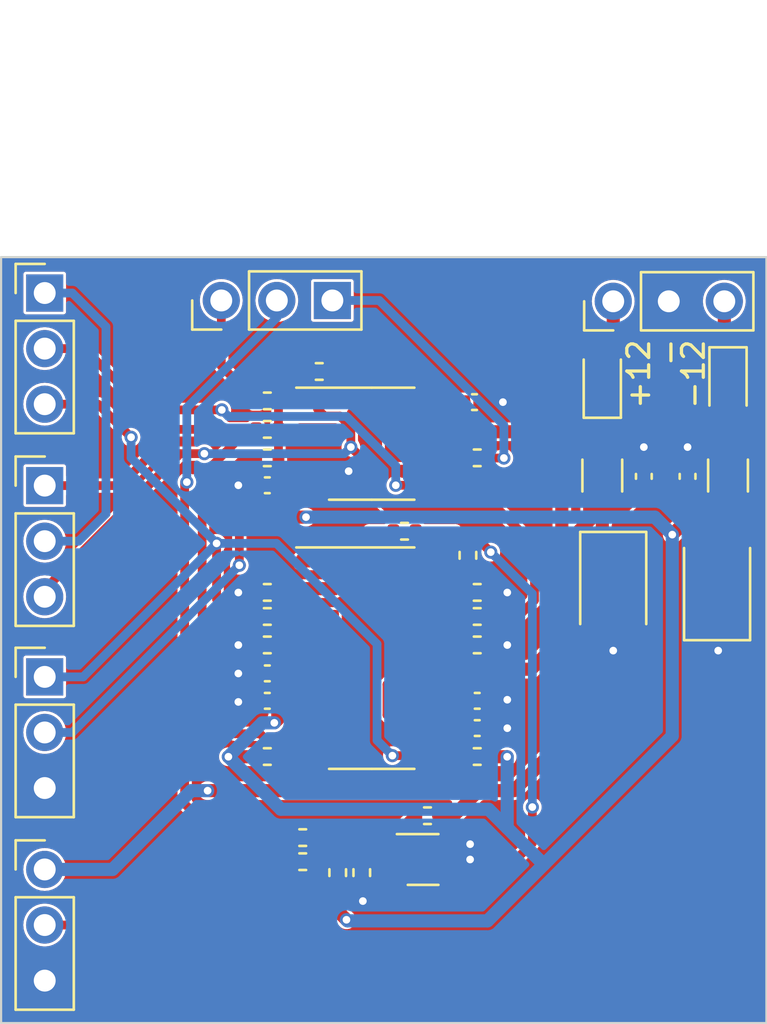
<source format=kicad_pcb>
(kicad_pcb (version 20221018) (generator pcbnew)
  (layers (0 "F.Cu" signal) (31 "B.Cu" signal) (34 "B.Paste" user) (35 "F.Paste" user) (36 "B.SilkS" user "B.Silkscreen") (37 "F.SilkS" user "F.Silkscreen") (38 "B.Mask" user) (39 "F.Mask" user) (44 "Edge.Cuts" user))
  (net 0 "")
  (net 1 "Net-(C1-Pad1)")
  (net 2 "GND")
  (net 3 "Net-(C2-Pad1)")
  (net 4 "+12V")
  (net 5 "-12V")
  (net 6 "Net-(D1-K)")
  (net 7 "Net-(D1-A)")
  (net 8 "Net-(D2-K)")
  (net 9 "Net-(D2-A)")
  (net 10 "/AUDIO_IN")
  (net 11 "/CV_IN")
  (net 12 "/AUDIO_OUT")
  (net 13 "Net-(Q1A-E1)")
  (net 14 "Net-(Q1A-B1)")
  (net 15 "/OTA_BIAS")
  (net 16 "Net-(U1A--)")
  (net 17 "/LP_OUT")
  (net 18 "Net-(R3-Pad1)")
  (net 19 "/HP_OUT")
  (net 20 "Net-(U2A--)")
  (net 21 "Net-(U2A-+)")
  (net 22 "Net-(R8-Pad2)")
  (net 23 "/BP_OUT")
  (net 24 "Net-(U2C-+)")
  (net 25 "Net-(U2C--)")
  (net 26 "Net-(R13-Pad2)")
  (net 27 "Net-(R16-Pad1)")
  (net 28 "Net-(U1B--)")
  (net 29 "Net-(SW1-A)")
  (net 30 "Net-(SW1-B)")
  (footprint "Resistor_SMD:R_0402_1005Metric" (layer "F.Cu") (at 144.08 104.34)
    (fp_text reference "R14" hide)
    (fp_text value "10k" hide)
    (pad "1" smd roundrect (at -0.51 0) (size 0.54 0.64) (layers "F.Cu" "F.Paste" "F.Mask") (net 5 "-12V"))
    (pad "2" smd roundrect (at 0.51 0) (size 0.54 0.64) (layers "F.Cu" "F.Paste" "F.Mask") (net 17 "/LP_OUT"))
  )
  (footprint "Resistor_SMD:R_0402_1005Metric" (layer "F.Cu") (at 144.08 90.69)
    (fp_text reference "R3" hide)
    (fp_text value "100k" hide)
    (pad "1" smd roundrect (at -0.51 0) (size 0.54 0.64) (layers "F.Cu" "F.Paste" "F.Mask") (net 18 "Net-(R3-Pad1)"))
    (pad "2" smd roundrect (at 0.51 0) (size 0.54 0.64) (layers "F.Cu" "F.Paste" "F.Mask") (net 16 "Net-(U1A--)"))
  )
  (footprint "Resistor_SMD:R_0402_1005Metric" (layer "F.Cu") (at 153.68 104.34 180)
    (fp_text reference "R9" hide)
    (fp_text value "10k" hide)
    (pad "1" smd roundrect (at -0.51 0 180) (size 0.54 0.64) (layers "F.Cu" "F.Paste" "F.Mask") (net 5 "-12V"))
    (pad "2" smd roundrect (at 0.51 0 180) (size 0.54 0.64) (layers "F.Cu" "F.Paste" "F.Mask") (net 23 "/BP_OUT"))
  )
  (footprint "Connector_PinHeader_2.54mm:PinHeader_1x03_P2.54mm_Vertical" (layer "F.Cu") (at 133.9 100.7)
    (fp_text reference "RV1" hide)
    (fp_text value "50k" hide)
    (pad "1" thru_hole rect (at 0 0) (size 1.7 1.7) (drill 1) (layers "*.Cu" "*.Mask") (net 23 "/BP_OUT"))
    (pad "2" thru_hole oval (at 0 2.54) (size 1.7 1.7) (drill 1) (layers "*.Cu" "*.Mask") (net 18 "Net-(R3-Pad1)"))
    (pad "3" thru_hole oval (at 0 5.08) (size 1.7 1.7) (drill 1) (layers "*.Cu" "*.Mask") (net 2 "GND"))
  )
  (footprint "Package_TO_SOT_SMD:SOT-363_SC-70-6" (layer "F.Cu") (at 151.205 109.045)
    (fp_text reference "Q1" hide)
    (fp_text value "BC856BS" hide)
    (pad "1" smd rect (at -0.95 -0.65) (size 0.65 0.4) (layers "F.Cu" "F.Paste" "F.Mask") (net 13 "Net-(Q1A-E1)"))
    (pad "2" smd rect (at -0.95 0) (size 0.65 0.4) (layers "F.Cu" "F.Paste" "F.Mask") (net 14 "Net-(Q1A-B1)"))
    (pad "3" smd rect (at -0.95 0.65) (size 0.65 0.4) (layers "F.Cu" "F.Paste" "F.Mask") (net 15 "/OTA_BIAS"))
    (pad "4" smd rect (at 0.95 0.65) (size 0.65 0.4) (layers "F.Cu" "F.Paste" "F.Mask") (net 13 "Net-(Q1A-E1)"))
    (pad "5" smd rect (at 0.95 0) (size 0.65 0.4) (layers "F.Cu" "F.Paste" "F.Mask") (net 2 "GND"))
    (pad "6" smd rect (at 0.95 -0.65) (size 0.65 0.4) (layers "F.Cu" "F.Paste" "F.Mask") (net 2 "GND"))
  )
  (footprint "Resistor_SMD:R_0402_1005Metric" (layer "F.Cu") (at 153.68 97.94 180)
    (fp_text reference "R6" hide)
    (fp_text value "100k" hide)
    (pad "1" smd roundrect (at -0.51 0 180) (size 0.54 0.64) (layers "F.Cu" "F.Paste" "F.Mask") (net 19 "/HP_OUT"))
    (pad "2" smd roundrect (at 0.51 0 180) (size 0.54 0.64) (layers "F.Cu" "F.Paste" "F.Mask") (net 21 "Net-(U2A-+)"))
  )
  (footprint "Resistor_SMD:R_1206_3216Metric" (layer "F.Cu") (at 159.4 91.5 90)
    (fp_text reference "R21" hide)
    (fp_text value "10R" hide)
    (pad "1" smd roundrect (at -1.4625 0 90) (size 1.125 1.75) (layers "F.Cu" "F.Paste" "F.Mask") (roundrect_rratio 0.2222222222) (net 4 "+12V"))
    (pad "2" smd roundrect (at 1.4625 0 90) (size 1.125 1.75) (layers "F.Cu" "F.Paste" "F.Mask") (roundrect_rratio 0.2222222222) (net 6 "Net-(D1-K)"))
  )
  (footprint "Connector_PinHeader_2.54mm:PinHeader_1x03_P2.54mm_Vertical" (layer "F.Cu") (at 133.9 109.5)
    (fp_text reference "RV2" hide)
    (fp_text value "100k" hide)
    (pad "1" thru_hole oval (at 0 0) (size 1.7 1.7) (drill 1) (layers "*.Cu" "*.Mask") (net 4 "+12V"))
    (pad "2" thru_hole oval (at 0 2.54) (size 1.7 1.7) (drill 1) (layers "*.Cu" "*.Mask") (net 27 "Net-(R16-Pad1)"))
    (pad "3" thru_hole rect (at 0 5.08) (size 1.7 1.7) (drill 1) (layers "*.Cu" "*.Mask") (net 2 "GND"))
  )
  (footprint "Resistor_SMD:R_0402_1005Metric" (layer "F.Cu") (at 144.08 96.84)
    (fp_text reference "R11" hide)
    (fp_text value "1k" hide)
    (pad "1" smd roundrect (at -0.51 0) (size 0.54 0.64) (layers "F.Cu" "F.Paste" "F.Mask") (net 2 "GND"))
    (pad "2" smd roundrect (at 0.51 0) (size 0.54 0.64) (layers "F.Cu" "F.Paste" "F.Mask") (net 24 "Net-(U2C-+)"))
  )
  (footprint "Capacitor_SMD:C_0402_1005Metric" (layer "F.Cu") (at 153.68 101.795)
    (fp_text reference "C9" hide)
    (fp_text value "100nF" hide)
    (pad "1" smd roundrect (at -0.48 0) (size 0.56 0.62) (layers "F.Cu" "F.Paste" "F.Mask") (net 4 "+12V"))
    (pad "2" smd roundrect (at 0.48 0) (size 0.56 0.62) (layers "F.Cu" "F.Paste" "F.Mask") (net 2 "GND"))
  )
  (footprint "Capacitor_SMD:C_0402_1005Metric" (layer "F.Cu") (at 144.08 101.795)
    (fp_text reference "C10" hide)
    (fp_text value "100nF" hide)
    (pad "1" smd roundrect (at -0.48 0) (size 0.56 0.62) (layers "F.Cu" "F.Paste" "F.Mask") (net 2 "GND"))
    (pad "2" smd roundrect (at 0.48 0) (size 0.56 0.62) (layers "F.Cu" "F.Paste" "F.Mask") (net 5 "-12V"))
  )
  (footprint "Resistor_SMD:R_1206_3216Metric" (layer "F.Cu") (at 165.15 91.5 90)
    (fp_text reference "R22" hide)
    (fp_text value "10R" hide)
    (pad "1" smd roundrect (at -1.4625 0 90) (size 1.125 1.75) (layers "F.Cu" "F.Paste" "F.Mask") (roundrect_rratio 0.2222222222) (net 5 "-12V"))
    (pad "2" smd roundrect (at 1.4625 0 90) (size 1.125 1.75) (layers "F.Cu" "F.Paste" "F.Mask") (roundrect_rratio 0.2222222222) (net 9 "Net-(D2-A)"))
  )
  (footprint "Resistor_SMD:R_0402_1005Metric" (layer "F.Cu") (at 153.68 96.84 180)
    (fp_text reference "R7" hide)
    (fp_text value "1k" hide)
    (pad "1" smd roundrect (at -0.51 0 180) (size 0.54 0.64) (layers "F.Cu" "F.Paste" "F.Mask") (net 2 "GND"))
    (pad "2" smd roundrect (at 0.51 0 180) (size 0.54 0.64) (layers "F.Cu" "F.Paste" "F.Mask") (net 21 "Net-(U2A-+)"))
  )
  (footprint "Resistor_SMD:R_0402_1005Metric" (layer "F.Cu") (at 147.3 109.645 -90)
    (fp_text reference "R17" hide)
    (fp_text value "100k" hide)
    (pad "1" smd roundrect (at -0.51 0 270) (size 0.54 0.64) (layers "F.Cu" "F.Paste" "F.Mask") (net 14 "Net-(Q1A-B1)"))
    (pad "2" smd roundrect (at 0.51 0 270) (size 0.54 0.64) (layers "F.Cu" "F.Paste" "F.Mask") (net 5 "-12V"))
  )
  (footprint "Connector_PinHeader_2.54mm:PinHeader_1x03_P2.54mm_Vertical" (layer "F.Cu") (at 133.9 91.96)
    (fp_text reference "RV3" hide)
    (fp_text value "100k" hide)
    (pad "1" thru_hole rect (at 0 0) (size 1.7 1.7) (drill 1) (layers "*.Cu" "*.Mask") (net 17 "/LP_OUT"))
    (pad "2" thru_hole oval (at 0 2.54) (size 1.7 1.7) (drill 1) (layers "*.Cu" "*.Mask") (net 29 "Net-(SW1-A)"))
    (pad "3" thru_hole oval (at 0 5.08) (size 1.7 1.7) (drill 1) (layers "*.Cu" "*.Mask") (net 19 "/HP_OUT"))
  )
  (footprint "Resistor_SMD:R_0402_1005Metric" (layer "F.Cu") (at 144.08 89.39)
    (fp_text reference "R2" hide)
    (fp_text value "100k" hide)
    (pad "1" smd roundrect (at -0.51 0) (size 0.54 0.64) (layers "F.Cu" "F.Paste" "F.Mask") (net 17 "/LP_OUT"))
    (pad "2" smd roundrect (at 0.51 0) (size 0.54 0.64) (layers "F.Cu" "F.Paste" "F.Mask") (net 16 "Net-(U1A--)"))
  )
  (footprint "Package_SO:SOIC-16_3.9x9.9mm_P1.27mm" (layer "F.Cu") (at 148.855 99.845)
    (fp_text reference "U2" hide)
    (fp_text value "LM13700" hide)
    (pad "1" smd roundrect (at -2.475 -4.445) (size 1.95 0.6) (layers "F.Cu" "F.Paste" "F.Mask") (net 26 "Net-(R13-Pad2)"))
    (pad "2" smd roundrect (at -2.475 -3.175) (size 1.95 0.6) (layers "F.Cu" "F.Paste" "F.Mask"))
    (pad "3" smd roundrect (at -2.475 -1.905) (size 1.95 0.6) (layers "F.Cu" "F.Paste" "F.Mask") (net 24 "Net-(U2C-+)"))
    (pad "4" smd roundrect (at -2.475 -0.635) (size 1.95 0.6) (layers "F.Cu" "F.Paste" "F.Mask") (net 25 "Net-(U2C--)"))
    (pad "5" smd roundrect (at -2.475 0.635) (size 1.95 0.6) (layers "F.Cu" "F.Paste" "F.Mask") (net 3 "Net-(C2-Pad1)"))
    (pad "6" smd roundrect (at -2.475 1.905) (size 1.95 0.6) (layers "F.Cu" "F.Paste" "F.Mask") (net 5 "-12V"))
    (pad "7" smd roundrect (at -2.475 3.175) (size 1.95 0.6) (layers "F.Cu" "F.Paste" "F.Mask") (net 3 "Net-(C2-Pad1)"))
    (pad "8" smd roundrect (at -2.475 4.445) (size 1.95 0.6) (layers "F.Cu" "F.Paste" "F.Mask") (net 17 "/LP_OUT"))
    (pad "9" smd roundrect (at 2.475 4.445) (size 1.95 0.6) (layers "F.Cu" "F.Paste" "F.Mask") (net 23 "/BP_OUT"))
    (pad "10" smd roundrect (at 2.475 3.175) (size 1.95 0.6) (layers "F.Cu" "F.Paste" "F.Mask") (net 1 "Net-(C1-Pad1)"))
    (pad "11" smd roundrect (at 2.475 1.905) (size 1.95 0.6) (layers "F.Cu" "F.Paste" "F.Mask") (net 4 "+12V"))
    (pad "12" smd roundrect (at 2.475 0.635) (size 1.95 0.6) (layers "F.Cu" "F.Paste" "F.Mask") (net 1 "Net-(C1-Pad1)"))
    (pad "13" smd roundrect (at 2.475 -0.635) (size 1.95 0.6) (layers "F.Cu" "F.Paste" "F.Mask") (net 20 "Net-(U2A--)"))
    (pad "14" smd roundrect (at 2.475 -1.905) (size 1.95 0.6) (layers "F.Cu" "F.Paste" "F.Mask") (net 21 "Net-(U2A-+)"))
    (pad "15" smd roundrect (at 2.475 -3.175) (size 1.95 0.6) (layers "F.Cu" "F.Paste" "F.Mask"))
    (pad "16" smd roundrect (at 2.475 -4.445) (size 1.95 0.6) (layers "F.Cu" "F.Paste" "F.Mask") (net 22 "Net-(R8-Pad2)"))
  )
  (footprint "Capacitor_SMD:C_0402_1005Metric" (layer "F.Cu") (at 161.3 91.5375 90)
    (fp_text reference "C5" hide)
    (fp_text value "100nF" hide)
    (pad "1" smd roundrect (at -0.48 0 90) (size 0.56 0.62) (layers "F.Cu" "F.Paste" "F.Mask") (net 4 "+12V"))
    (pad "2" smd roundrect (at 0.48 0 90) (size 0.56 0.62) (layers "F.Cu" "F.Paste" "F.Mask") (net 2 "GND"))
  )
  (footprint "Resistor_SMD:R_0402_1005Metric" (layer "F.Cu") (at 144.08 88.09)
    (fp_text reference "R1" hide)
    (fp_text value "100k" hide)
    (pad "1" smd roundrect (at -0.51 0) (size 0.54 0.64) (layers "F.Cu" "F.Paste" "F.Mask") (net 10 "/AUDIO_IN"))
    (pad "2" smd roundrect (at 0.51 0) (size 0.54 0.64) (layers "F.Cu" "F.Paste" "F.Mask") (net 16 "Net-(U1A--)"))
  )
  (footprint "Capacitor_SMD:C_0402_1005Metric" (layer "F.Cu") (at 153.68 103.04)
    (fp_text reference "C1" hide)
    (fp_text value "220pF" hide)
    (pad "1" smd roundrect (at -0.48 0) (size 0.56 0.62) (layers "F.Cu" "F.Paste" "F.Mask") (net 1 "Net-(C1-Pad1)"))
    (pad "2" smd roundrect (at 0.48 0) (size 0.56 0.62) (layers "F.Cu" "F.Paste" "F.Mask") (net 2 "GND"))
  )
  (footprint "Resistor_SMD:R_0402_1005Metric" (layer "F.Cu") (at 144.08 97.94)
    (fp_text reference "R10" hide)
    (fp_text value "100k" hide)
    (pad "1" smd roundrect (at -0.51 0) (size 0.54 0.64) (layers "F.Cu" "F.Paste" "F.Mask") (net 23 "/BP_OUT"))
    (pad "2" smd roundrect (at 0.51 0) (size 0.54 0.64) (layers "F.Cu" "F.Paste" "F.Mask") (net 24 "Net-(U2C-+)"))
  )
  (footprint "Connector_PinHeader_2.54mm:PinHeader_1x03_P2.54mm_Vertical" (layer "F.Cu") (at 159.9 83.5375 90)
    (fp_text reference "J1" hide)
    (fp_text value "ALIMENTAZIONE")
    (pad "1" thru_hole oval (at 0 0 90) (size 1.7 1.7) (drill 1) (layers "*.Cu" "*.Mask") (net 7 "Net-(D1-A)"))
    (pad "2" thru_hole rect (at 0 2.54 90) (size 1.7 1.7) (drill 1) (layers "*.Cu" "*.Mask") (net 2 "GND"))
    (pad "3" thru_hole oval (at 0 5.08 90) (size 1.7 1.7) (drill 1) (layers "*.Cu" "*.Mask") (net 8 "Net-(D2-K)"))
  )
  (footprint "Capacitor_Tantalum_SMD:CP_EIA-3528-12_Kemet-T" (layer "F.Cu") (at 159.9 96.5375 -90)
    (fp_text reference "C3" hide)
    (fp_text value "47uF" hide)
    (pad "1" smd roundrect (at -1.5375 0 270) (size 1.325 2.35) (layers "F.Cu" "F.Paste" "F.Mask") (roundrect_rratio 0.188679) (net 4 "+12V"))
    (pad "2" smd roundrect (at 1.5375 0 270) (size 1.325 2.35) (layers "F.Cu" "F.Paste" "F.Mask") (roundrect_rratio 0.188679) (net 2 "GND"))
  )
  (footprint "Resistor_SMD:R_0402_1005Metric" (layer "F.Cu") (at 153.255 95.145 -90)
    (fp_text reference "R8" hide)
    (fp_text value "10k" hide)
    (pad "1" smd roundrect (at -0.51 0 270) (size 0.54 0.64) (layers "F.Cu" "F.Paste" "F.Mask") (net 15 "/OTA_BIAS"))
    (pad "2" smd roundrect (at 0.51 0 270) (size 0.54 0.64) (layers "F.Cu" "F.Paste" "F.Mask") (net 22 "Net-(R8-Pad2)"))
  )
  (footprint "Resistor_SMD:R_0402_1005Metric" (layer "F.Cu") (at 153.68 99.24)
    (fp_text reference "R5" hide)
    (fp_text value "1k" hide)
    (pad "1" smd roundrect (at -0.51 0) (size 0.54 0.64) (layers "F.Cu" "F.Paste" "F.Mask") (net 20 "Net-(U2A--)"))
    (pad "2" smd roundrect (at 0.51 0) (size 0.54 0.64) (layers "F.Cu" "F.Paste" "F.Mask") (net 2 "GND"))
  )
  (footprint "Diode_SMD:D_SOD-323" (layer "F.Cu") (at 165.15 87.25 -90)
    (fp_text reference "D2" hide)
    (fp_text value "1N5819WS" hide)
    (pad "1" smd roundrect (at -1.05 0 270) (size 0.6 0.45) (layers "F.Cu" "F.Paste" "F.Mask") (net 8 "Net-(D2-K)"))
    (pad "2" smd roundrect (at 1.05 0 270) (size 0.6 0.45) (layers "F.Cu" "F.Paste" "F.Mask") (net 9 "Net-(D2-A)"))
  )
  (footprint "Resistor_SMD:R_0402_1005Metric" (layer "F.Cu") (at 148.4 109.645 90)
    (fp_text reference "R18" hide)
    (fp_text value "1k" hide)
    (pad "1" smd roundrect (at -0.51 0 90) (size 0.54 0.64) (layers "F.Cu" "F.Paste" "F.Mask") (net 2 "GND"))
    (pad "2" smd roundrect (at 0.51 0 90) (size 0.54 0.64) (layers "F.Cu" "F.Paste" "F.Mask") (net 14 "Net-(Q1A-B1)"))
  )
  (footprint "Resistor_SMD:R_0402_1005Metric" (layer "F.Cu") (at 145.7 108.045)
    (fp_text reference "R15" hide)
    (fp_text value "100k" hide)
    (pad "1" smd roundrect (at -0.51 0) (size 0.54 0.64) (layers "F.Cu" "F.Paste" "F.Mask") (net 11 "/CV_IN"))
    (pad "2" smd roundrect (at 0.51 0) (size 0.54 0.64) (layers "F.Cu" "F.Paste" "F.Mask") (net 14 "Net-(Q1A-B1)"))
  )
  (footprint "Resistor_SMD:R_0402_1005Metric" (layer "F.Cu") (at 153.68 90.69)
    (fp_text reference "R20" hide)
    (fp_text value "1k" hide)
    (pad "1" smd roundrect (at -0.51 0) (size 0.54 0.64) (layers "F.Cu" "F.Paste" "F.Mask") (net 28 "Net-(U1B--)"))
    (pad "2" smd roundrect (at 0.51 0) (size 0.54 0.64) (layers "F.Cu" "F.Paste" "F.Mask") (net 12 "/AUDIO_OUT"))
  )
  (footprint "Connector_PinHeader_2.54mm:PinHeader_1x03_P2.54mm_Vertical" (layer "F.Cu") (at 141.975 83.5 90)
    (fp_text reference "J2" hide)
    (fp_text value "INPUT / OUTPUT" hide)
    (pad "1" thru_hole oval (at 0 0 90) (size 1.7 1.7) (drill 1) (layers "*.Cu" "*.Mask") (net 10 "/AUDIO_IN"))
    (pad "2" thru_hole oval (at 0 2.54 90) (size 1.7 1.7) (drill 1) (layers "*.Cu" "*.Mask") (net 11 "/CV_IN"))
    (pad "3" thru_hole rect (at 0 5.08 90) (size 1.7 1.7) (drill 1) (layers "*.Cu" "*.Mask") (net 12 "/AUDIO_OUT"))
  )
  (footprint "Resistor_SMD:R_0402_1005Metric" (layer "F.Cu") (at 144.08 99.24 180)
    (fp_text reference "R12" hide)
    (fp_text value "1k" hide)
    (pad "1" smd roundrect (at -0.51 0 180) (size 0.54 0.64) (layers "F.Cu" "F.Paste" "F.Mask") (net 25 "Net-(U2C--)"))
    (pad "2" smd roundrect (at 0.51 0 180) (size 0.54 0.64) (layers "F.Cu" "F.Paste" "F.Mask") (net 2 "GND"))
  )
  (footprint "Diode_SMD:D_SOD-323" (layer "F.Cu") (at 159.4 87.25 90)
    (fp_text reference "D1" hide)
    (fp_text value "1N5819WS" hide)
    (pad "1" smd roundrect (at -1.05 0 90) (size 0.6 0.45) (layers "F.Cu" "F.Paste" "F.Mask") (net 6 "Net-(D1-K)"))
    (pad "2" smd roundrect (at 1.05 0 90) (size 0.6 0.45) (layers "F.Cu" "F.Paste" "F.Mask") (net 7 "Net-(D1-A)"))
  )
  (footprint "Resistor_SMD:R_0402_1005Metric" (layer "F.Cu") (at 146.455 86.745)
    (fp_text reference "R4" hide)
    (fp_text value "100k" hide)
    (pad "1" smd roundrect (at -0.51 0) (size 0.54 0.64) (layers "F.Cu" "F.Paste" "F.Mask") (net 16 "Net-(U1A--)"))
    (pad "2" smd roundrect (at 0.51 0) (size 0.54 0.64) (layers "F.Cu" "F.Paste" "F.Mask") (net 19 "/HP_OUT"))
  )
  (footprint "Resistor_SMD:R_0402_1005Metric" (layer "F.Cu") (at 151.405 107.045)
    (fp_text reference "R19" hide)
    (fp_text value "10k" hide)
    (pad "1" smd roundrect (at -0.51 0) (size 0.54 0.64) (layers "F.Cu" "F.Paste" "F.Mask") (net 13 "Net-(Q1A-E1)"))
    (pad "2" smd roundrect (at 0.51 0) (size 0.54 0.64) (layers "F.Cu" "F.Paste" "F.Mask") (net 4 "+12V"))
  )
  (footprint "Resistor_SMD:R_0402_1005Metric" (layer "F.Cu") (at 150.355 94.045 180)
    (fp_text reference "R13" hide)
    (fp_text value "10k" hide)
    (pad "1" smd roundrect (at -0.51 0 180) (size 0.54 0.64) (layers "F.Cu" "F.Paste" "F.Mask") (net 15 "/OTA_BIAS"))
    (pad "2" smd roundrect (at 0.51 0 180) (size 0.54 0.64) (layers "F.Cu" "F.Paste" "F.Mask") (net 26 "Net-(R13-Pad2)"))
  )
  (footprint "Capacitor_SMD:C_0402_1005Metric" (layer "F.Cu") (at 144.08 91.945)
    (fp_text reference "C8" hide)
    (fp_text value "100nF" hide)
    (pad "1" smd roundrect (at -0.48 0) (size 0.56 0.62) (layers "F.Cu" "F.Paste" "F.Mask") (net 2 "GND"))
    (pad "2" smd roundrect (at 0.48 0) (size 0.56 0.62) (layers "F.Cu" "F.Paste" "F.Mask") (net 5 "-12V"))
  )
  (footprint "Capacitor_Tantalum_SMD:CP_EIA-3528-12_Kemet-T" (layer "F.Cu") (at 164.65 96.5625 90)
    (fp_text reference "C4" hide)
    (fp_text value "47uF" hide)
    (pad "1" smd roundrect (at -1.5375 0 90) (size 1.325 2.35) (layers "F.Cu" "F.Paste" "F.Mask") (roundrect_rratio 0.188679) (net 2 "GND"))
    (pad "2" smd roundrect (at 1.5375 0 90) (size 1.325 2.35) (layers "F.Cu" "F.Paste" "F.Mask") (roundrect_rratio 0.188679) (net 5 "-12V"))
  )
  (footprint "Package_SO:SOIC-8_3.9x4.9mm_P1.27mm" (layer "F.Cu") (at 148.855 90.045)
    (fp_text reference "U1" hide)
    (fp_text value "TL072" hide)
    (pad "1" smd roundrect (at -2.475 -1.905) (size 1.95 0.6) (layers "F.Cu" "F.Paste" "F.Mask") (net 19 "/HP_OUT"))
    (pad "2" smd roundrect (at -2.475 -0.635) (size 1.95 0.6) (layers "F.Cu" "F.Paste" "F.Mask") (net 16 "Net-(U1A--)"))
    (pad "3" smd roundrect (at -2.475 0.635) (size 1.95 0.6) (layers "F.Cu" "F.Paste" "F.Mask") (net 2 "GND"))
    (pad "4" smd roundrect (at -2.475 1.905) (size 1.95 0.6) (layers "F.Cu" "F.Paste" "F.Mask") (net 5 "-12V"))
    (pad "5" smd roundrect (at 2.475 1.905) (size 1.95 0.6) (layers "F.Cu" "F.Paste" "F.Mask") (net 30 "Net-(SW1-B)"))
    (pad "6" smd roundrect (at 2.475 0.635) (size 1.95 0.6) (layers "F.Cu" "F.Paste" "F.Mask") (net 28 "Net-(U1B--)"))
    (pad "7" smd roundrect (at 2.475 -0.635) (size 1.95 0.6) (layers "F.Cu" "F.Paste" "F.Mask") (net 28 "Net-(U1B--)"))
    (pad "8" smd roundrect (at 2.475 -1.905) (size 1.95 0.6) (layers "F.Cu" "F.Paste" "F.Mask") (net 4 "+12V"))
  )
  (footprint "Resistor_SMD:R_0402_1005Metric" (layer "F.Cu") (at 145.7 109.145)
    (fp_text reference "R16" hide)
    (fp_text value "100k" hide)
    (pad "1" smd roundrect (at -0.51 0) (size 0.54 0.64) (layers "F.Cu" "F.Paste" "F.Mask") (net 27 "Net-(R16-Pad1)"))
    (pad "2" smd roundrect (at 0.51 0) (size 0.54 0.64) (layers "F.Cu" "F.Paste" "F.Mask") (net 14 "Net-(Q1A-B1)"))
  )
  (footprint "Capacitor_SMD:C_0402_1005Metric" (layer "F.Cu") (at 153.555 88.145)
    (fp_text reference "C7" hide)
    (fp_text value "100nF" hide)
    (pad "1" smd roundrect (at -0.48 0) (size 0.56 0.62) (layers "F.Cu" "F.Paste" "F.Mask") (net 4 "+12V"))
    (pad "2" smd roundrect (at 0.48 0) (size 0.56 0.62) (layers "F.Cu" "F.Paste" "F.Mask") (net 2 "GND"))
  )
  (footprint "Capacitor_SMD:C_0402_1005Metric" (layer "F.Cu") (at 144.08 100.54 180)
    (fp_text reference "C2" hide)
    (fp_text value "220pF" hide)
    (pad "1" smd roundrect (at -0.48 0 180) (size 0.56 0.62) (layers "F.Cu" "F.Paste" "F.Mask") (net 3 "Net-(C2-Pad1)"))
    (pad "2" smd roundrect (at 0.48 0 180) (size 0.56 0.62) (layers "F.Cu" "F.Paste" "F.Mask") (net 2 "GND"))
  )
  (footprint "Capacitor_SMD:C_0402_1005Metric" (layer "F.Cu") (at 163.3 91.5375 -90)
    (fp_text reference "C6" hide)
    (fp_text value "100nF" hide)
    (pad "1" smd roundrect (at -0.48 0 270) (size 0.56 0.62) (layers "F.Cu" "F.Paste" "F.Mask") (net 2 "GND"))
    (pad "2" smd roundrect (at 0.48 0 270) (size 0.56 0.62) (layers "F.Cu" "F.Paste" "F.Mask") (net 5 "-12V"))
  )
  (footprint "Connector_PinHeader_2.54mm:PinHeader_1x03_P2.54mm_Vertical" (layer "F.Cu") (at 133.9 83.16)
    (fp_text reference "SW1" hide)
    (fp_text value "BP / NOTCH" hide)
    (pad "1" thru_hole rect (at 0 0) (size 1.7 1.7) (drill 1) (layers "*.Cu" "*.Mask") (net 29 "Net-(SW1-A)"))
    (pad "2" thru_hole oval (at 0 2.54) (size 1.7 1.7) (drill 1) (layers "*.Cu" "*.Mask") (net 30 "Net-(SW1-B)"))
    (pad "3" thru_hole oval (at 0 5.08) (size 1.7 1.7) (drill 1) (layers "*.Cu" "*.Mask") (net 23 "/BP_OUT"))
  )
  (gr_rect (start 131.905 81.52) (end 166.905 116.52) (stroke (width 0.1)) (fill none) (layer "Edge.Cuts"))
  (gr_text "-" (at 163.05 86.5875 90) (layer "F.SilkS") (effects (font (size 1 1)) (justify left bottom)))
  (gr_text "-12" (at 164.15 88.5375 90) (layer "F.SilkS") (effects (font (size 1 1)) (justify left bottom)))
  (gr_text "+12" (at 161.65 88.5375 90) (layer "F.SilkS") (effects (font (size 1 1)) (justify left bottom)))
  (segment (start 149.55 101.05) (end 149.55 102.44) (width 0.4) (layer "F.Cu") (net 1))
  (segment (start 151.33 100.48) (end 150.12 100.48) (width 0.4) (layer "F.Cu") (net 1))
  (segment (start 149.55 102.44) (end 150.13 103.02) (width 0.4) (layer "F.Cu") (net 1))
  (segment (start 150.12 100.48) (end 149.55 101.05) (width 0.4) (layer "F.Cu") (net 1))
  (segment (start 150.13 103.02) (end 151.33 103.02) (width 0.4) (layer "F.Cu") (net 1))
  (segment (start 151.33 103.02) (end 153.18 103.02) (width 0.4) (layer "F.Cu") (net 1))
  (segment (start 153.18 103.02) (end 153.2 103.04) (width 0.4) (layer "F.Cu") (net 1))
  (via (at 148.45 110.945) (size 0.6) (drill 0.35) (layers "F.Cu" "B.Cu") (net 2))
  (via (at 155.055 99.245) (size 0.6) (drill 0.35) (layers "F.Cu" "B.Cu") (net 2))
  (via (at 164.7 99.5) (size 0.6) (drill 0.35) (layers "F.Cu" "B.Cu") (net 2))
  (via (at 159.9 99.5) (size 0.6) (drill 0.35) (layers "F.Cu" "B.Cu") (net 2))
  (via (at 147.8 91.3) (size 0.6) (drill 0.35) (layers "F.Cu" "B.Cu") (net 2))
  (via (at 153.355 108.345) (size 0.6) (drill 0.35) (layers "F.Cu" "B.Cu") (net 2))
  (via (at 155.055 96.845) (size 0.6) (drill 0.35) (layers "F.Cu" "B.Cu") (net 2))
  (via (at 142.755 91.945) (size 0.6) (drill 0.35) (layers "F.Cu" "B.Cu") (net 2))
  (via (at 142.755 101.845) (size 0.6) (drill 0.35) (layers "F.Cu" "B.Cu") (net 2))
  (via (at 163.3 90.2) (size 0.6) (drill 0.35) (layers "F.Cu" "B.Cu") (net 2))
  (via (at 142.755 96.845) (size 0.6) (drill 0.35) (layers "F.Cu" "B.Cu") (net 2))
  (via (at 142.755 99.245) (size 0.6) (drill 0.35) (layers "F.Cu" "B.Cu") (net 2))
  (via (at 154.855 88.145) (size 0.6) (drill 0.35) (layers "F.Cu" "B.Cu") (net 2))
  (via (at 155.055 101.745) (size 0.6) (drill 0.35) (layers "F.Cu" "B.Cu") (net 2))
  (via (at 161.3 90.2) (size 0.6) (drill 0.35) (layers "F.Cu" "B.Cu") (net 2))
  (via (at 155.055 103.045) (size 0.6) (drill 0.35) (layers "F.Cu" "B.Cu") (net 2))
  (via (at 153.355 109.045) (size 0.6) (drill 0.35) (layers "F.Cu" "B.Cu") (net 2))
  (via (at 142.755 100.545) (size 0.6) (drill 0.35) (layers "F.Cu" "B.Cu") (net 2))
  (segment (start 148.2 101.09) (end 147.59 100.48) (width 0.4) (layer "F.Cu") (net 3))
  (segment (start 146.38 103.02) (end 147.58 103.02) (width 0.4) (layer "F.Cu") (net 3))
  (segment (start 147.58 103.02) (end 148.2 102.4) (width 0.4) (layer "F.Cu") (net 3))
  (segment (start 148.2 102.4) (end 148.2 101.09) (width 0.4) (layer "F.Cu") (net 3))
  (segment (start 146.38 100.48) (end 144.62 100.48) (width 0.4) (layer "F.Cu") (net 3))
  (segment (start 144.62 100.48) (end 144.56 100.54) (width 0.4) (layer "F.Cu") (net 3))
  (segment (start 147.59 100.48) (end 146.38 100.48) (width 0.4) (layer "F.Cu") (net 3))
  (segment (start 156.15 100.35) (end 154.493141 100.35) (width 0.6) (layer "F.Cu") (net 4))
  (segment (start 155.75 89.5) (end 153.95 89.5) (width 0.6) (layer "F.Cu") (net 4))
  (segment (start 153.155 101.75) (end 153.2 101.795) (width 0.6) (layer "F.Cu") (net 4))
  (segment (start 153.95 89.5) (end 153.075 88.625) (width 0.6) (layer "F.Cu") (net 4))
  (segment (start 153.744788 105.9) (end 141.35 105.9) (width 0.6) (layer "F.Cu") (net 4))
  (segment (start 154.493141 100.35) (end 153.2 101.643141) (width 0.6) (layer "F.Cu") (net 4))
  (segment (start 159.4 92.9625) (end 159.4 94.5) (width 0.6) (layer "F.Cu") (net 4))
  (segment (start 153.07 88.14) (end 153.075 88.145) (width 0.6) (layer "F.Cu") (net 4))
  (segment (start 157.55 103.7) (end 155.35 105.9) (width 0.6) (layer "F.Cu") (net 4))
  (segment (start 159.4 92.9625) (end 157.55 94.8125) (width 0.6) (layer "F.Cu") (net 4))
  (segment (start 153.2 101.643141) (end 153.2 101.795) (width 0.6) (layer "F.Cu") (net 4))
  (segment (start 151.33 88.14) (end 153.07 88.14) (width 0.6) (layer "F.Cu") (net 4))
  (segment (start 155.35 105.9) (end 153.744788 105.9) (width 0.6) (layer "F.Cu") (net 4))
  (segment (start 151.33 101.75) (end 153.155 101.75) (width 0.6) (layer "F.Cu") (net 4))
  (segment (start 157.55 94.8125) (end 157.55 103.7) (width 0.6) (layer "F.Cu") (net 4))
  (segment (start 157.55 98.95) (end 156.15 100.35) (width 0.6) (layer "F.Cu") (net 4))
  (segment (start 159.4 92.9625) (end 160.355 92.9625) (width 0.6) (layer "F.Cu") (net 4))
  (segment (start 153.075 88.625) (end 153.075 88.145) (width 0.6) (layer "F.Cu") (net 4))
  (segment (start 160.355 92.9625) (end 161.3 92.0175) (width 0.6) (layer "F.Cu") (net 4))
  (segment (start 157.55 94.8125) (end 157.55 91.3) (width 0.6) (layer "F.Cu") (net 4))
  (segment (start 159.4 94.5) (end 159.9 95) (width 0.6) (layer "F.Cu") (net 4))
  (segment (start 153.744788 105.9) (end 152.599788 107.045) (width 0.6) (layer "F.Cu") (net 4))
  (segment (start 157.55 91.3) (end 155.75 89.5) (width 0.6) (layer "F.Cu") (net 4))
  (segment (start 152.599788 107.045) (end 151.915 107.045) (width 0.6) (layer "F.Cu") (net 4))
  (via (at 141.35 105.9) (size 0.6) (drill 0.35) (layers "F.Cu" "B.Cu") (net 4))
  (segment (start 137 109.5) (end 133.9 109.5) (width 0.6) (layer "B.Cu") (net 4))
  (segment (start 140.6 105.9) (end 137 109.5) (width 0.6) (layer "B.Cu") (net 4))
  (segment (start 141.35 105.9) (end 140.6 105.9) (width 0.6) (layer "B.Cu") (net 4))
  (segment (start 165.15 94.525) (end 164.65 95.025) (width 0.6) (layer "F.Cu") (net 5))
  (segment (start 165.15 92.9625) (end 165.15 94.525) (width 0.6) (layer "F.Cu") (net 5))
  (segment (start 154.2 104.35) (end 154.19 104.34) (width 0.6) (layer "F.Cu") (net 5))
  (segment (start 144.56 91.945) (end 146.375 91.945) (width 0.6) (layer "F.Cu") (net 5))
  (segment (start 144.56 102.64) (end 144.56 101.795) (width 0.6) (layer "F.Cu") (net 5))
  (segment (start 146.375 91.945) (end 146.38 91.95) (width 0.6) (layer "F.Cu") (net 5))
  (segment (start 165.15 92.9625) (end 163.8375 92.9625) (width 0.6) (layer "F.Cu") (net 5))
  (segment (start 143.56 104.35) (end 143.57 104.34) (width 0.6) (layer "F.Cu") (net 5))
  (segment (start 144.56 92.66) (end 144.56 91.945) (width 0.6) (layer "F.Cu") (net 5))
  (segment (start 144.605 101.75) (end 144.56 101.795) (width 0.6) (layer "F.Cu") (net 5))
  (segment (start 145.85 93.4) (end 145.3 93.4) (width 0.6) (layer "F.Cu") (net 5))
  (segment (start 165.15 92.9625) (end 164.245 92.9625) (width 0.6) (layer "F.Cu") (net 5))
  (segment (start 145.3 93.4) (end 144.56 92.66) (width 0.6) (layer "F.Cu") (net 5))
  (segment (start 155.05 104.35) (end 154.2 104.35) (width 0.6) (layer "F.Cu") (net 5))
  (segment (start 144.4 102.8) (end 144.56 102.64) (width 0.6) (layer "F.Cu") (net 5))
  (segment (start 146.38 101.75) (end 144.605 101.75) (width 0.6) (layer "F.Cu") (net 5))
  (segment (start 163.8375 92.9625) (end 162.6 94.2) (width 0.6) (layer "F.Cu") (net 5))
  (segment (start 147.3 110.155) (end 147.3 111.4) (width 0.6) (layer "F.Cu") (net 5))
  (segment (start 147.3 111.4) (end 147.7 111.8) (width 0.6) (layer "F.Cu") (net 5))
  (segment (start 164.245 92.9625) (end 163.3 92.0175) (width 0.6) (layer "F.Cu") (net 5))
  (segment (start 142.3 104.35) (end 143.56 104.35) (width 0.6) (layer "F.Cu") (net 5))
  (via (at 155.05 104.35) (size 0.6) (drill 0.35) (layers "F.Cu" "B.Cu") (net 5))
  (via (at 144.4 102.8) (size 0.6) (drill 0.35) (layers "F.Cu" "B.Cu") (net 5))
  (via (at 145.85 93.4) (size 0.6) (drill 0.35) (layers "F.Cu" "B.Cu") (net 5))
  (via (at 142.3 104.35) (size 0.6) (drill 0.35) (layers "F.Cu" "B.Cu") (net 5))
  (via (at 147.7 111.8) (size 0.6) (drill 0.35) (layers "F.Cu" "B.Cu") (net 5))
  (via (at 162.6 94.2) (size 0.6) (drill 0.35) (layers "F.Cu" "B.Cu") (net 5))
  (segment (start 156.725 109.275) (end 155.05 107.6) (width 0.6) (layer "B.Cu") (net 5))
  (segment (start 162.6 103.4) (end 162.6 94.2) (width 0.6) (layer "B.Cu") (net 5))
  (segment (start 143.85 102.8) (end 142.3 104.35) (width 0.6) (layer "B.Cu") (net 5))
  (segment (start 155.05 107.6) (end 155.05 104.35) (width 0.6) (layer "B.Cu") (net 5))
  (segment (start 142.3 104.35) (end 144.7 106.75) (width 0.6) (layer "B.Cu") (net 5))
  (segment (start 144.7 106.75) (end 154.2 106.75) (width 0.6) (layer "B.Cu") (net 5))
  (segment (start 154.2 106.75) (end 155.05 107.6) (width 0.6) (layer "B.Cu") (net 5))
  (segment (start 156.725 109.275) (end 162.6 103.4) (width 0.6) (layer "B.Cu") (net 5))
  (segment (start 144.4 102.8) (end 143.85 102.8) (width 0.6) (layer "B.Cu") (net 5))
  (segment (start 147.7 111.8) (end 147.75 111.85) (width 0.6) (layer "B.Cu") (net 5))
  (segment (start 154.15 111.85) (end 156.725 109.275) (width 0.6) (layer "B.Cu") (net 5))
  (segment (start 162.6 94.2) (end 161.8 93.4) (width 0.6) (layer "B.Cu") (net 5))
  (segment (start 161.8 93.4) (end 145.85 93.4) (width 0.6) (layer "B.Cu") (net 5))
  (segment (start 147.75 111.85) (end 154.15 111.85) (width 0.6) (layer "B.Cu") (net 5))
  (segment (start 159.4 88.3) (end 159.4 90.0375) (width 0.6) (layer "F.Cu") (net 6))
  (segment (start 159.4 85.3) (end 159.4 86.2) (width 0.6) (layer "F.Cu") (net 7))
  (segment (start 159.9 83.5375) (end 159.9 84.8) (width 0.6) (layer "F.Cu") (net 7))
  (segment (start 159.9 84.8) (end 159.4 85.3) (width 0.6) (layer "F.Cu") (net 7))
  (segment (start 164.98 83.5375) (end 164.98 85.18) (width 0.6) (layer "F.Cu") (net 8))
  (segment (start 165.15 85.35) (end 165.15 86.2) (width 0.6) (layer "F.Cu") (net 8))
  (segment (start 164.98 85.18) (end 165.15 85.35) (width 0.6) (layer "F.Cu") (net 8))
  (segment (start 165.15 88.3) (end 165.15 90.0375) (width 0.6) (layer "F.Cu") (net 9))
  (segment (start 143.57 88.09) (end 141.975 86.495) (width 0.4) (layer "F.Cu") (net 10))
  (segment (start 141.975 86.495) (end 141.975 83.5) (width 0.4) (layer "F.Cu") (net 10))
  (segment (start 140.3 91.9) (end 140.3 106.5) (width 0.4) (layer "F.Cu") (net 11))
  (segment (start 141.845 108.045) (end 145.19 108.045) (width 0.4) (layer "F.Cu") (net 11))
  (segment (start 140.4 91.8) (end 140.3 91.9) (width 0.4) (layer "F.Cu") (net 11))
  (segment (start 140.3 106.5) (end 141.845 108.045) (width 0.4) (layer "F.Cu") (net 11))
  (via (at 140.4 91.8) (size 0.6) (drill 0.35) (layers "F.Cu" "B.Cu") (net 11))
  (segment (start 140.4 91.8) (end 140.4 88.4) (width 0.4) (layer "B.Cu") (net 11))
  (segment (start 144.515 84.285) (end 144.515 83.5) (width 0.4) (layer "B.Cu") (net 11))
  (segment (start 140.4 88.4) (end 144.515 84.285) (width 0.4) (layer "B.Cu") (net 11))
  (segment (start 154.19 90.69) (end 154.2 90.7) (width 0.4) (layer "F.Cu") (net 12))
  (segment (start 154.2 90.7) (end 154.9 90.7) (width 0.4) (layer "F.Cu") (net 12))
  (via (at 154.9 90.7) (size 0.6) (drill 0.35) (layers "F.Cu" "B.Cu") (net 12))
  (segment (start 154.9 89.2) (end 149.2 83.5) (width 0.4) (layer "B.Cu") (net 12))
  (segment (start 154.9 90.7) (end 154.9 89.2) (width 0.4) (layer "B.Cu") (net 12))
  (segment (start 149.2 83.5) (end 147.055 83.5) (width 0.4) (layer "B.Cu") (net 12))
  (segment (start 151.626 109.695) (end 152.155 109.695) (width 0.4) (layer "F.Cu") (net 13))
  (segment (start 151.155 109.224) (end 151.626 109.695) (width 0.4) (layer "F.Cu") (net 13))
  (segment (start 150.255 108.395) (end 150.255 107.545) (width 0.4) (layer "F.Cu") (net 13))
  (segment (start 150.255 108.395) (end 150.68 108.395) (width 0.4) (layer "F.Cu") (net 13))
  (segment (start 151.155 108.87) (end 151.155 109.224) (width 0.4) (layer "F.Cu") (net 13))
  (segment (start 150.755 107.045) (end 150.895 107.045) (width 0.4) (layer "F.Cu") (net 13))
  (segment (start 150.255 107.545) (end 150.755 107.045) (width 0.4) (layer "F.Cu") (net 13))
  (segment (start 150.68 108.395) (end 151.155 108.87) (width 0.4) (layer "F.Cu") (net 13))
  (segment (start 147.3 109.135) (end 148.4 109.135) (width 0.4) (layer "F.Cu") (net 14))
  (segment (start 150.255 109.045) (end 149.29 109.045) (width 0.4) (layer "F.Cu") (net 14))
  (segment (start 148.4 109.135) (end 149.2 109.135) (width 0.4) (layer "F.Cu") (net 14))
  (segment (start 146.21 108.045) (end 146.21 109.145) (width 0.4) (layer "F.Cu") (net 14))
  (segment (start 149.29 109.045) (end 149.2 109.135) (width 0.4) (layer "F.Cu") (net 14))
  (segment (start 147.29 109.145) (end 147.3 109.135) (width 0.4) (layer "F.Cu") (net 14))
  (segment (start 146.21 109.145) (end 147.29 109.145) (width 0.4) (layer "F.Cu") (net 14))
  (segment (start 150.865 94.045) (end 152.665 94.045) (width 0.4) (layer "F.Cu") (net 15))
  (segment (start 156.2 108.3) (end 153.9 110.6) (width 0.4) (layer "F.Cu") (net 15))
  (segment (start 156.2 106.65) (end 156.2 108.3) (width 0.4) (layer "F.Cu") (net 15))
  (segment (start 153.255 94.635) (end 153.935 94.635) (width 0.4) (layer "F.Cu") (net 15))
  (segment (start 151.6 110.6) (end 150.695 109.695) (width 0.4) (layer "F.Cu") (net 15))
  (segment (start 152.665 94.045) (end 153.255 94.635) (width 0.4) (layer "F.Cu") (net 15))
  (segment (start 150.695 109.695) (end 150.255 109.695) (width 0.4) (layer "F.Cu") (net 15))
  (segment (start 153.935 94.635) (end 154.3 95) (width 0.4) (layer "F.Cu") (net 15))
  (segment (start 153.9 110.6) (end 151.6 110.6) (width 0.4) (layer "F.Cu") (net 15))
  (via (at 156.2 106.65) (size 0.6) (drill 0.35) (layers "F.Cu" "B.Cu") (net 15))
  (via (at 154.3 95) (size 0.6) (drill 0.35) (layers "F.Cu" "B.Cu") (net 15))
  (segment (start 156.2 106.65) (end 156.2 96.9) (width 0.4) (layer "B.Cu") (net 15))
  (segment (start 156.2 96.9) (end 154.3 95) (width 0.4) (layer "B.Cu") (net 15))
  (segment (start 146.38 89.41) (end 144.61 89.41) (width 0.4) (layer "F.Cu") (net 16))
  (segment (start 145.155 86.745) (end 145.945 86.745) (width 0.4) (layer "F.Cu") (net 16))
  (segment (start 144.61 89.41) (end 144.59 89.39) (width 0.4) (layer "F.Cu") (net 16))
  (segment (start 144.59 89.39) (end 144.59 90.69) (width 0.4) (layer "F.Cu") (net 16))
  (segment (start 144.59 88.09) (end 144.59 87.31) (width 0.4) (layer "F.Cu") (net 16))
  (segment (start 144.59 87.31) (end 145.155 86.745) (width 0.4) (layer "F.Cu") (net 16))
  (segment (start 144.59 88.09) (end 144.59 89.39) (width 0.4) (layer "F.Cu") (net 16))
  (segment (start 137.34 91.96) (end 133.9 91.96) (width 0.4) (layer "F.Cu") (net 17))
  (segment (start 142.6 103.3) (end 141.1 101.8) (width 0.4) (layer "F.Cu") (net 17))
  (segment (start 143.75 103.3) (end 142.6 103.3) (width 0.4) (layer "F.Cu") (net 17))
  (segment (start 144.59 104.34) (end 144.59 104.14) (width 0.4) (layer "F.Cu") (net 17))
  (segment (start 144.59 104.14) (end 143.75 103.3) (width 0.4) (layer "F.Cu") (net 17))
  (segment (start 144.64 104.29) (end 144.59 104.34) (width 0.4) (layer "F.Cu") (net 17))
  (segment (start 143.21 89.39) (end 139.91 89.39) (width 0.4) (layer "F.Cu") (net 17))
  (segment (start 146.38 104.29) (end 144.64 104.29) (width 0.4) (layer "F.Cu") (net 17))
  (segment (start 139.91 89.39) (end 137.34 91.96) (width 0.4) (layer "F.Cu") (net 17))
  (segment (start 143.21 89.39) (end 143.57 89.39) (width 0.4) (layer "F.Cu") (net 17))
  (segment (start 141.1 101.8) (end 141.1 91.5) (width 0.4) (layer "F.Cu") (net 17))
  (segment (start 141.1 91.5) (end 143.21 89.39) (width 0.4) (layer "F.Cu") (net 17))
  (segment (start 143.01529 90.69) (end 142 91.70529) (width 0.4) (layer "F.Cu") (net 18))
  (segment (start 142 93) (end 142.8 93.8) (width 0.4) (layer "F.Cu") (net 18))
  (segment (start 143.57 90.69) (end 143.01529 90.69) (width 0.4) (layer "F.Cu") (net 18))
  (segment (start 142 91.70529) (end 142 93) (width 0.4) (layer "F.Cu") (net 18))
  (segment (start 142.8 93.8) (end 142.8 95.6) (width 0.4) (layer "F.Cu") (net 18))
  (via (at 142.8 95.6) (size 0.6) (drill 0.35) (layers "F.Cu" "B.Cu") (net 18))
  (segment (start 135.16 103.24) (end 133.9 103.24) (width 0.4) (layer "B.Cu") (net 18))
  (segment (start 142.8 95.6) (end 135.16 103.24) (width 0.4) (layer "B.Cu") (net 18))
  (segment (start 148.7 91) (end 147.9 90.2) (width 0.4) (layer "F.Cu") (net 19))
  (segment (start 148.155 86.945) (end 148.155 87.945) (width 0.4) (layer "F.Cu") (net 19))
  (segment (start 146.38 88.14) (end 146.38 88.463) (width 0.4) (layer "F.Cu") (net 19))
  (segment (start 155.56 97.94) (end 156.3 97.2) (width 0.4) (layer "F.Cu") (net 19))
  (segment (start 133.9 96.7) (end 133.9 97.04) (width 0.4) (layer "F.Cu") (net 19))
  (segment (start 147.96 88.14) (end 146.38 88.14) (width 0.4) (layer "F.Cu") (net 19))
  (segment (start 147.9 89.28042) (end 147.9 90.2) (width 0.4) (layer "F.Cu") (net 19))
  (segment (start 154.7 93.1) (end 149.7 93.1) (width 0.4) (layer "F.Cu") (net 19))
  (segment (start 148.155 87.945) (end 147.96 88.14) (width 0.4) (layer "F.Cu") (net 19))
  (segment (start 156.3 97.2) (end 156.3 94.7) (width 0.4) (layer "F.Cu") (net 19))
  (segment (start 146.7 88.783) (end 147.40258 88.783) (width 0.4) (layer "F.Cu") (net 19))
  (segment (start 149.7 93.1) (end 148.7 92.1) (width 0.4) (layer "F.Cu") (net 19))
  (segment (start 156.3 94.7) (end 154.7 93.1) (width 0.4) (layer "F.Cu") (net 19))
  (segment (start 154.19 97.94) (end 155.56 97.94) (width 0.4) (layer "F.Cu") (net 19))
  (segment (start 141.2 90.5) (end 140.1 90.5) (width 0.4) (layer "F.Cu") (net 19))
  (segment (start 146.965 86.745) (end 147.955 86.745) (width 0.4) (layer "F.Cu") (net 19))
  (segment (start 148.7 92.1) (end 148.7 91) (width 0.4) (layer "F.Cu") (net 19))
  (segment (start 140.1 90.5) (end 133.9 96.7) (width 0.4) (layer "F.Cu") (net 19))
  (segment (start 147.40258 88.783) (end 147.9 89.28042) (width 0.4) (layer "F.Cu") (net 19))
  (segment (start 146.38 88.463) (end 146.7 88.783) (width 0.4) (layer "F.Cu") (net 19))
  (segment (start 147.955 86.745) (end 148.155 86.945) (width 0.4) (layer "F.Cu") (net 19))
  (via (at 141.2 90.5) (size 0.6) (drill 0.35) (layers "F.Cu" "B.Cu") (net 19))
  (via (at 147.9 90.2) (size 0.6) (drill 0.35) (layers "F.Cu" "B.Cu") (net 19))
  (segment (start 147.6 90.5) (end 147.9 90.2) (width 0.4) (layer "B.Cu") (net 19))
  (segment (start 141.2 90.5) (end 147.6 90.5) (width 0.4) (layer "B.Cu") (net 19))
  (segment (start 151.33 99.21) (end 153.14 99.21) (width 0.4) (layer "F.Cu") (net 20))
  (segment (start 153.14 99.21) (end 153.17 99.24) (width 0.4) (layer "F.Cu") (net 20))
  (segment (start 153.17 96.84) (end 153.17 97.94) (width 0.4) (layer "F.Cu") (net 21))
  (segment (start 151.33 97.94) (end 153.17 97.94) (width 0.4) (layer "F.Cu") (net 21))
  (segment (start 153 95.4) (end 153.255 95.655) (width 0.4) (layer "F.Cu") (net 22))
  (segment (start 151.33 95.4) (end 153 95.4) (width 0.4) (layer "F.Cu") (net 22))
  (segment (start 137.85 89.75) (end 136.34 88.24) (width 0.4) (layer "F.Cu") (net 23))
  (segment (start 151.33 104.29) (end 153.12 104.29) (width 0.4) (layer "F.Cu") (net 23))
  (segment (start 136.34 88.24) (end 133.9 88.24) (width 0.4) (layer "F.Cu") (net 23))
  (segment (start 153.12 104.29) (end 153.17 104.34) (width 0.4) (layer "F.Cu") (net 23))
  (segment (start 141.76 94.6) (end 141.76 97.16) (width 0.4) (layer "F.Cu") (net 23))
  (segment (start 149.8 104.3) (end 151.32 104.3) (width 0.4) (layer "F.Cu") (net 23))
  (segment (start 151.32 104.3) (end 151.33 104.29) (width 0.4) (layer "F.Cu") (net 23))
  (segment (start 141.76 97.16) (end 142.54 97.94) (width 0.4) (layer "F.Cu") (net 23))
  (segment (start 142.54 97.94) (end 143.57 97.94) (width 0.4) (layer "F.Cu") (net 23))
  (via (at 141.76 94.6) (size 0.6) (drill 0.35) (layers "F.Cu" "B.Cu") (net 23))
  (via (at 149.8 104.3) (size 0.6) (drill 0.35) (layers "F.Cu" "B.Cu") (net 23))
  (via (at 137.85 89.75) (size 0.6) (drill 0.35) (layers "F.Cu" "B.Cu") (net 23))
  (segment (start 137.85 89.75) (end 137.85 90.69) (width 0.4) (layer "B.Cu") (net 23))
  (segment (start 144.5 94.6) (end 149.1 99.2) (width 0.4) (layer "B.Cu") (net 23))
  (segment (start 141.76 94.6) (end 144.5 94.6) (width 0.4) (layer "B.Cu") (net 23))
  (segment (start 135.66 100.7) (end 133.9 100.7) (width 0.4) (layer "B.Cu") (net 23))
  (segment (start 141.76 94.6) (end 135.66 100.7) (width 0.4) (layer "B.Cu") (net 23))
  (segment (start 149.1 103.6) (end 149.8 104.3) (width 0.4) (layer "B.Cu") (net 23))
  (segment (start 137.85 90.69) (end 141.76 94.6) (width 0.4) (layer "B.Cu") (net 23))
  (segment (start 149.1 99.2) (end 149.1 103.6) (width 0.4) (layer "B.Cu") (net 23))
  (segment (start 146.38 97.94) (end 144.59 97.94) (width 0.4) (layer "F.Cu") (net 24))
  (segment (start 144.59 96.84) (end 144.59 97.94) (width 0.4) (layer "F.Cu") (net 24))
  (segment (start 144.62 99.21) (end 144.59 99.24) (width 0.4) (layer "F.Cu") (net 25))
  (segment (start 146.38 99.21) (end 144.62 99.21) (width 0.4) (layer "F.Cu") (net 25))
  (segment (start 148.755 94.045) (end 149.845 94.045) (width 0.4) (layer "F.Cu") (net 26))
  (segment (start 147.4 95.4) (end 148.755 94.045) (width 0.4) (layer "F.Cu") (net 26))
  (segment (start 146.38 95.4) (end 147.4 95.4) (width 0.4) (layer "F.Cu") (net 26))
  (segment (start 139.26 112.04) (end 133.9 112.04) (width 0.4) (layer "F.Cu") (net 27))
  (segment (start 145.19 109.145) (end 142.155 109.145) (width 0.4) (layer "F.Cu") (net 27))
  (segment (start 142.155 109.145) (end 139.26 112.04) (width 0.4) (layer "F.Cu") (net 27))
  (segment (start 149.89 90.68) (end 149.655 90.445) (width 0.4) (layer "F.Cu") (net 28))
  (segment (start 151.33 90.68) (end 153.16 90.68) (width 0.4) (layer "F.Cu") (net 28))
  (segment (start 149.655 90.445) (end 149.655 89.645) (width 0.4) (layer "F.Cu") (net 28))
  (segment (start 149.655 89.645) (end 149.89 89.41) (width 0.4) (layer "F.Cu") (net 28))
  (segment (start 153.16 90.68) (end 153.17 90.69) (width 0.4) (layer "F.Cu") (net 28))
  (segment (start 151.33 90.68) (end 149.89 90.68) (width 0.4) (layer "F.Cu") (net 28))
  (segment (start 149.89 89.41) (end 151.33 89.41) (width 0.4) (layer "F.Cu") (net 28))
  (segment (start 136.7 84.7) (end 136.7 93.25) (width 0.4) (layer "B.Cu") (net 29))
  (segment (start 135.45 94.5) (end 133.9 94.5) (width 0.4) (layer "B.Cu") (net 29))
  (segment (start 133.9 83.16) (end 135.16 83.16) (width 0.4) (layer "B.Cu") (net 29))
  (segment (start 135.16 83.16) (end 136.7 84.7) (width 0.4) (layer "B.Cu") (net 29))
  (segment (start 136.7 93.25) (end 135.45 94.5) (width 0.4) (layer "B.Cu") (net 29))
  (segment (start 149.955 91.945) (end 151.325 91.945) (width 0.4) (layer "F.Cu") (net 30))
  (segment (start 151.325 91.945) (end 151.33 91.95) (width 0.4) (layer "F.Cu") (net 30))
  (segment (start 138.5 88.5) (end 135.7 85.7) (width 0.4) (layer "F.Cu") (net 30))
  (segment (start 135.7 85.7) (end 133.9 85.7) (width 0.4) (layer "F.Cu") (net 30))
  (segment (start 142 88.5) (end 138.5 88.5) (width 0.4) (layer "F.Cu") (net 30))
  (via (at 142 88.5) (size 0.6) (drill 0.35) (layers "F.Cu" "B.Cu") (net 30))
  (via (at 149.955 91.945) (size 0.6) (drill 0.35) (layers "F.Cu" "B.Cu") (net 30))
  (segment (start 149.955 91.055) (end 149.955 91.945) (width 0.4) (layer "B.Cu") (net 30))
  (segment (start 147.7 88.8) (end 149.955 91.055) (width 0.4) (layer "B.Cu") (net 30))
  (segment (start 142.3 88.8) (end 147.7 88.8) (width 0.4) (layer "B.Cu") (net 30))
  (segment (start 142 88.5) (end 142.3 88.8) (width 0.4) (layer "B.Cu") (net 30))
  (zone (net 2) (net_name "GND") (layers "F&B.Cu") (connect_pads yes (clearance 0)) (min_thickness 0.254) (fill yes (thermal_gap 0) (thermal_bridge_width 0.54))
    (polygon (pts (xy 131.9 81.5) (xy 166.9 81.5) (xy 166.9 116.5) (xy 131.9 116.5)))
  )
)
</source>
